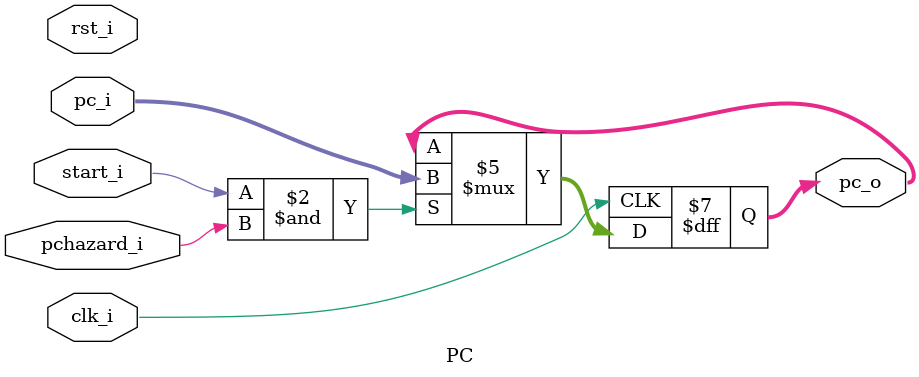
<source format=v>
module PC
(
    clk_i,
    rst_i,
    start_i,
    pchazard_i,
    pc_i,
    pc_o
);

// Ports
input               clk_i;
input               rst_i;
input               start_i;
input               pchazard_i;
input   [31:0]      pc_i;
output  [31:0]      pc_o;

// Wires & Registers
reg     [31:0]      pc_o;

initial begin
    pc_o = 32'b0;
end

always@(posedge clk_i) begin
    begin
        if(start_i & pchazard_i)
            pc_o <= pc_i;
        else
            pc_o <= pc_o;
    end
end

endmodule

</source>
